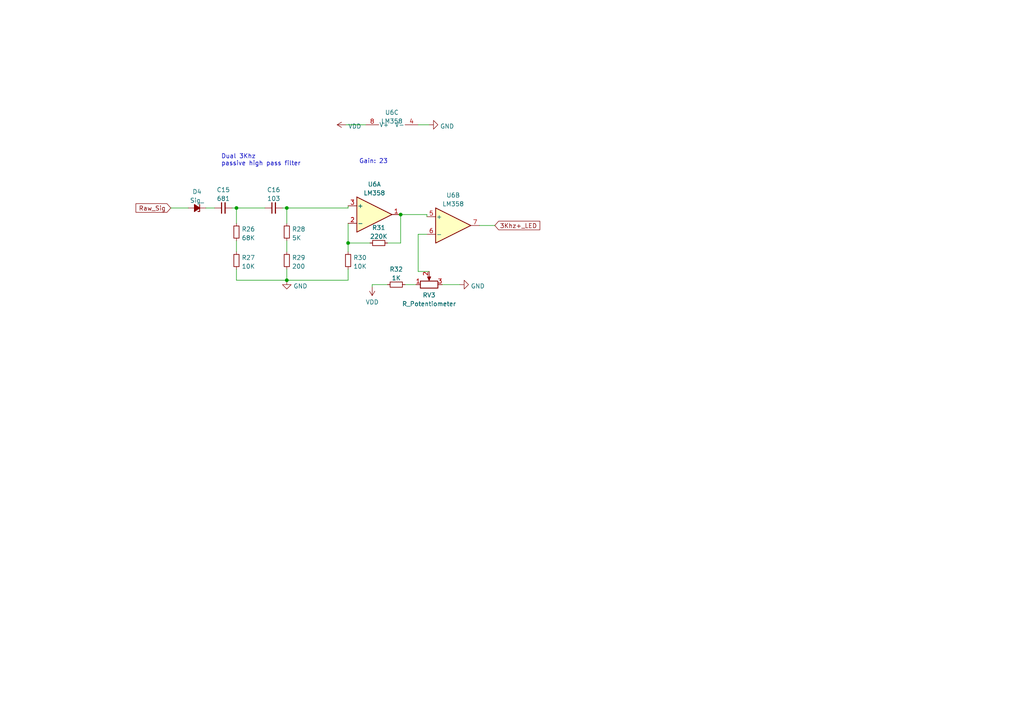
<source format=kicad_sch>
(kicad_sch (version 20211123) (generator eeschema)
  (paper "A4")
  (lib_symbols
    (symbol "Amplifier_Operational:LM358" (pin_names (offset 0.127))
      (property "Reference" "U" (at 0 5.08 0))
      (property "Value" "LM358" (at 0 -5.08 0))
      (symbol "LM358_1_1"
        (polyline (pts (xy -5.08 5.08) (xy 5.08 0) (xy -5.08 -5.08) (xy -5.08 5.08)) (stroke (width 0.254)) (fill (type background)))
        (pin output line (at 7.62 0 180) (length 2.54) (name "~") (number "1"))
        (pin input line (at -7.62 -2.54 0) (length 2.54) (name "-") (number "2"))
        (pin input line (at -7.62 2.54 0) (length 2.54) (name "+") (number "3"))
      )
      (symbol "LM358_2_1"
        (polyline (pts (xy -5.08 5.08) (xy 5.08 0) (xy -5.08 -5.08) (xy -5.08 5.08)) (stroke (width 0.254)) (fill (type background)))
        (pin input line (at -7.62 2.54 0) (length 2.54) (name "+") (number "5"))
        (pin input line (at -7.62 -2.54 0) (length 2.54) (name "-") (number "6"))
        (pin output line (at 7.62 0 180) (length 2.54) (name "~") (number "7"))
      )
      (symbol "LM358_3_1"
        (pin power_in line (at -2.54 -7.62 90) (length 3.81) (name "V-") (number "4"))
        (pin power_in line (at -2.54 7.62 270) (length 3.81) (name "V+") (number "8"))
      )
    )
    (symbol "Device:C_Small" (pin_numbers hide) (pin_names (offset 0.254) hide)
      (property "Reference" "C" (at 0.254 1.778 0))
      (property "Value" "C_Small" (at 0.254 -2.032 0))
      (symbol "C_Small_0_1"
        (polyline (pts (xy -1.524 -0.508) (xy 1.524 -0.508)) (stroke (width 0.3302)))
        (polyline (pts (xy -1.524 0.508) (xy 1.524 0.508)) (stroke (width 0.3048)))
      )
      (symbol "C_Small_1_1"
        (pin passive line (at 0 2.54 270) (length 2.032) (name "~") (number "1"))
        (pin passive line (at 0 -2.54 90) (length 2.032) (name "~") (number "2"))
      )
    )
    (symbol "Device:D_Zener_Small_Filled" (pin_numbers hide) (pin_names (offset 0.254) hide)
      (property "Reference" "D" (at 0 2.286 0))
      (property "Value" "D_Zener_Small_Filled" (at 0 -2.286 0))
      (symbol "D_Zener_Small_Filled_0_1"
        (polyline (pts (xy 0.762 0) (xy -0.762 0)))
        (polyline (pts (xy -0.254 1.016) (xy -0.762 1.016) (xy -0.762 -1.016)) (stroke (width 0.254)))
        (polyline (pts (xy 0.762 1.016) (xy -0.762 0) (xy 0.762 -1.016) (xy 0.762 1.016)) (stroke (width 0.254)) (fill (type outline)))
      )
      (symbol "D_Zener_Small_Filled_1_1"
        (pin passive line (at -2.54 0 0) (length 1.778) (name "K") (number "1"))
        (pin passive line (at 2.54 0 180) (length 1.778) (name "A") (number "2"))
      )
    )
    (symbol "Device:R_Potentiometer" (pin_names (offset 1.016) hide)
      (property "Reference" "RV" (at -4.445 0 90))
      (property "Value" "R_Potentiometer" (at -2.54 0 90))
      (symbol "R_Potentiometer_0_1"
        (polyline (pts (xy 2.54 0) (xy 1.524 0)))
        (polyline (pts (xy 1.143 0) (xy 2.286 0.508) (xy 2.286 -0.508) (xy 1.143 0)) (fill (type outline)))
        (rectangle (start 1.016 2.54) (end -1.016 -2.54) (stroke (width 0.254)))
      )
      (symbol "R_Potentiometer_1_1"
        (pin passive line (at 0 3.81 270) (length 1.27) (name "1") (number "1"))
        (pin passive line (at 3.81 0 180) (length 1.27) (name "2") (number "2"))
        (pin passive line (at 0 -3.81 90) (length 1.27) (name "3") (number "3"))
      )
    )
    (symbol "Device:R_Small" (pin_numbers hide) (pin_names (offset 0.254) hide)
      (property "Reference" "R" (at 0.762 0.508 0))
      (property "Value" "R_Small" (at 0.762 -1.016 0))
      (symbol "R_Small_0_1"
        (rectangle (start -0.762 1.778) (end 0.762 -1.778) (stroke (width 0.2032)))
      )
      (symbol "R_Small_1_1"
        (pin passive line (at 0 2.54 270) (length 0.762) (name "~") (number "1"))
        (pin passive line (at 0 -2.54 90) (length 0.762) (name "~") (number "2"))
      )
    )
    (symbol "power:GND" (power) (pin_names (offset 0))
      (property "Value" "GND" (at 0 -3.81 0))
      (symbol "GND_0_1"
        (polyline (pts (xy 0 0) (xy 0 -1.27) (xy 1.27 -1.27) (xy 0 -2.54) (xy -1.27 -1.27) (xy 0 -1.27)))
      )
      (symbol "GND_1_1"
        (pin power_in line (at 0 0 270) (length 0) hide (name "GND") (number "1"))
      )
    )
    (symbol "power:VDD" (power) (pin_names (offset 0))
      (property "Value" "VDD" (at 0 3.81 0))
      (symbol "VDD_0_1"
        (polyline (pts (xy -0.762 1.27) (xy 0 2.54)))
        (polyline (pts (xy 0 0) (xy 0 2.54)))
        (polyline (pts (xy 0 2.54) (xy 0.762 1.27)))
      )
      (symbol "VDD_1_1"
        (pin power_in line (at 0 0 90) (length 0) hide (name "VDD") (number "1"))
      )
    )
  )
  (junction (at 116.205 62.23))
  (junction (at 68.58 60.325))
  (junction (at 83.185 81.28))
  (junction (at 100.965 70.485))
  (junction (at 83.185 60.325))
  (wire (pts (xy 116.205 70.485) (xy 116.205 62.23)))
  (wire (pts (xy 112.395 82.55) (xy 107.95 82.55)))
  (wire (pts (xy 112.395 70.485) (xy 116.205 70.485)))
  (wire (pts (xy 100.965 60.325) (xy 100.965 59.69)))
  (wire (pts (xy 139.065 65.405) (xy 143.51 65.405)))
  (wire (pts (xy 83.185 60.325) (xy 83.185 64.77)))
  (wire (pts (xy 100.965 70.485) (xy 100.965 64.77)))
  (wire (pts (xy 83.185 60.325) (xy 100.965 60.325)))
  (wire (pts (xy 100.965 70.485) (xy 100.965 73.025)))
  (wire (pts (xy 83.185 81.28) (xy 100.965 81.28)))
  (wire (pts (xy 68.58 60.325) (xy 68.58 64.77)))
  (wire (pts (xy 83.185 81.28) (xy 83.185 78.105)))
  (wire (pts (xy 68.58 69.85) (xy 68.58 73.025)))
  (wire (pts (xy 117.475 82.55) (xy 120.65 82.55)))
  (wire (pts (xy 116.205 62.23) (xy 123.825 62.23)))
  (wire (pts (xy 67.31 60.325) (xy 68.58 60.325)))
  (wire (pts (xy 107.95 82.55) (xy 107.95 83.185)))
  (wire (pts (xy 100.33 36.195) (xy 106.045 36.195)))
  (wire (pts (xy 59.69 60.325) (xy 62.23 60.325)))
  (wire (pts (xy 100.965 81.28) (xy 100.965 78.105)))
  (wire (pts (xy 83.185 69.85) (xy 83.185 73.025)))
  (wire (pts (xy 68.58 81.28) (xy 83.185 81.28)))
  (wire (pts (xy 49.53 60.325) (xy 54.61 60.325)))
  (wire (pts (xy 68.58 78.105) (xy 68.58 81.28)))
  (wire (pts (xy 81.915 60.325) (xy 83.185 60.325)))
  (wire (pts (xy 121.285 78.74) (xy 121.285 67.945)))
  (wire (pts (xy 121.285 67.945) (xy 123.825 67.945)))
  (wire (pts (xy 124.46 78.74) (xy 121.285 78.74)))
  (wire (pts (xy 123.825 62.23) (xy 123.825 62.865)))
  (wire (pts (xy 128.27 82.55) (xy 133.35 82.55)))
  (wire (pts (xy 121.285 36.195) (xy 124.46 36.195)))
  (wire (pts (xy 107.315 70.485) (xy 100.965 70.485)))
  (wire (pts (xy 68.58 60.325) (xy 76.835 60.325)))
  (text "Gain: 23" (at 104.14 47.625 0) (effects (font (size 1.27 1.27)) (justify left bottom)))
  (text "Dual 3Khz \npassive high pass filter" (at 64.135 48.26 0) (effects (font (size 1.27 1.27)) (justify left bottom)))
  (global_label "3Khz+_LED" (shape input) (at 143.51 65.405 0) (property "Intersheet References" "${INTERSHEET_REFS}" (effects hide)))
  (global_label "Raw_Sig" (shape input) (at 49.53 60.325 180) (property "Intersheet References" "${INTERSHEET_REFS}" (effects hide)))
  (symbol (lib_id "Device:R_Small") (at 83.185 67.31 0) (unit 1)
    (property "Reference" "R28" (at 84.6836 66.4753 0) (effects (justify left)))
    (property "Value" "5K" (at 84.6836 69.0122 0) (effects (justify left)))
    (property "Footprint" "Resistor_THT:R_Axial_DIN0204_L3.6mm_D1.6mm_P5.08mm_Horizontal" (effects hide))
  )
  (symbol (lib_id "Device:R_Small") (at 68.58 67.31 0) (unit 1)
    (property "Reference" "R26" (at 70.0786 66.4753 0) (effects (justify left)))
    (property "Value" "68K" (at 70.0786 69.0122 0) (effects (justify left)))
    (property "Footprint" "Resistor_THT:R_Axial_DIN0204_L3.6mm_D1.6mm_P5.08mm_Horizontal" (effects hide))
  )
  (symbol (lib_id "Device:R_Small") (at 100.965 75.565 0) (unit 1)
    (property "Reference" "R30" (at 102.4636 74.7303 0) (effects (justify left)))
    (property "Value" "10K" (at 102.4636 77.2672 0) (effects (justify left)))
    (property "Footprint" "Resistor_THT:R_Axial_DIN0204_L3.6mm_D1.6mm_P5.08mm_Horizontal" (effects hide))
  )
  (symbol (lib_id "power:VDD") (at 107.95 83.185 180) (unit 1)
    (property "Reference" "#PWR024" (effects hide))
    (property "Value" "VDD" (at 107.95 87.6284 0))
  )
  (symbol (lib_id "Device:C_Small") (at 64.77 60.325 90) (unit 1)
    (property "Reference" "C15" (at 64.7763 55.0631 90))
    (property "Value" "681" (at 64.7763 57.6 90))
    (property "Footprint" "Capacitor_THT:C_Disc_D7.0mm_W2.5mm_P5.00mm" (effects hide))
  )
  (symbol (lib_id "Device:R_Small") (at 109.855 70.485 90) (unit 1)
    (property "Reference" "R31" (at 109.855 66.0486 90))
    (property "Value" "220K" (at 109.855 68.5855 90))
    (property "Footprint" "Resistor_THT:R_Axial_DIN0204_L3.6mm_D1.6mm_P5.08mm_Horizontal" (effects hide))
  )
  (symbol (lib_id "Amplifier_Operational:LM358") (at 113.665 33.655 90) (unit 3)
    (property "Reference" "U6" (at 113.665 32.6222 90))
    (property "Value" "LM358" (at 113.665 35.1591 90))
    (property "Footprint" "Package_DIP:DIP-8_W7.62mm" (effects hide))
    (property "Datasheet" "http://www.ti.com/lit/ds/symlink/lm2904-n.pdf" (effects hide))
  )
  (symbol (lib_id "Device:C_Small") (at 79.375 60.325 90) (unit 1)
    (property "Reference" "C16" (at 79.3813 55.0631 90))
    (property "Value" "103" (at 79.3813 57.6 90))
    (property "Footprint" "Capacitor_THT:C_Disc_D7.0mm_W2.5mm_P5.00mm" (effects hide))
  )
  (symbol (lib_id "Device:D_Zener_Small_Filled") (at 57.15 60.325 180) (unit 1)
    (property "Reference" "D4" (at 57.15 55.6092 0))
    (property "Value" "Sig_" (at 57.15 58.1461 0))
    (property "Footprint" "Diode_THT:D_DO-34_SOD68_P7.62mm_Horizontal" (effects hide))
  )
  (symbol (lib_id "Amplifier_Operational:LM358") (at 131.445 65.405 0) (unit 2)
    (property "Reference" "U6" (at 131.445 56.6252 0))
    (property "Value" "LM358" (at 131.445 59.1621 0))
    (property "Footprint" "Package_DIP:DIP-8_W7.62mm" (effects hide))
    (property "Datasheet" "http://www.ti.com/lit/ds/symlink/lm2904-n.pdf" (effects hide))
  )
  (symbol (lib_id "power:GND") (at 133.35 82.55 90) (unit 1)
    (property "Reference" "#PWR026" (effects hide))
    (property "Value" "GND" (at 136.525 82.9838 90) (effects (justify right)))
  )
  (symbol (lib_id "Device:R_Potentiometer") (at 124.46 82.55 90) (unit 1)
    (property "Reference" "RV3" (at 124.46 85.5964 90))
    (property "Value" "R_Potentiometer" (at 124.46 88.1333 90))
    (property "Footprint" "Potentiometer_THT:Potentiometer_Bourns_3296W_Vertical" (effects hide))
  )
  (symbol (lib_id "Device:R_Small") (at 68.58 75.565 0) (unit 1)
    (property "Reference" "R27" (at 70.0786 74.7303 0) (effects (justify left)))
    (property "Value" "10K" (at 70.0786 77.2672 0) (effects (justify left)))
    (property "Footprint" "Resistor_THT:R_Axial_DIN0204_L3.6mm_D1.6mm_P5.08mm_Horizontal" (effects hide))
  )
  (symbol (lib_id "Device:R_Small") (at 83.185 75.565 0) (unit 1)
    (property "Reference" "R29" (at 84.6836 74.7303 0) (effects (justify left)))
    (property "Value" "200" (at 84.6836 77.2672 0) (effects (justify left)))
    (property "Footprint" "Resistor_THT:R_Axial_DIN0204_L3.6mm_D1.6mm_P5.08mm_Horizontal" (effects hide))
  )
  (symbol (lib_id "Amplifier_Operational:LM358") (at 108.585 62.23 0) (unit 1)
    (property "Reference" "U6" (at 108.585 53.4502 0))
    (property "Value" "LM358" (at 108.585 55.9871 0))
    (property "Footprint" "Package_DIP:DIP-8_W7.62mm" (effects hide))
    (property "Datasheet" "http://www.ti.com/lit/ds/symlink/lm2904-n.pdf" (effects hide))
  )
  (symbol (lib_id "power:VDD") (at 100.33 36.195 90) (unit 1)
    (property "Reference" "#PWR023" (effects hide))
    (property "Value" "VDD" (at 100.965 36.6288 90) (effects (justify right)))
  )
  (symbol (lib_id "Device:R_Small") (at 114.935 82.55 90) (unit 1)
    (property "Reference" "R32" (at 114.935 78.1136 90))
    (property "Value" "1K" (at 114.935 80.6505 90))
    (property "Footprint" "Resistor_THT:R_Axial_DIN0204_L3.6mm_D1.6mm_P5.08mm_Horizontal" (effects hide))
  )
  (symbol (lib_id "power:GND") (at 124.46 36.195 90) (unit 1)
    (property "Reference" "#PWR025" (effects hide))
    (property "Value" "GND" (at 127.635 36.6288 90) (effects (justify right)))
  )
  (symbol (lib_id "power:GND") (at 83.185 81.28 0) (unit 1)
    (property "Reference" "#PWR0105" (effects hide))
    (property "Value" "GND" (at 85.09 82.9838 0) (effects (justify left)))
  )
)
</source>
